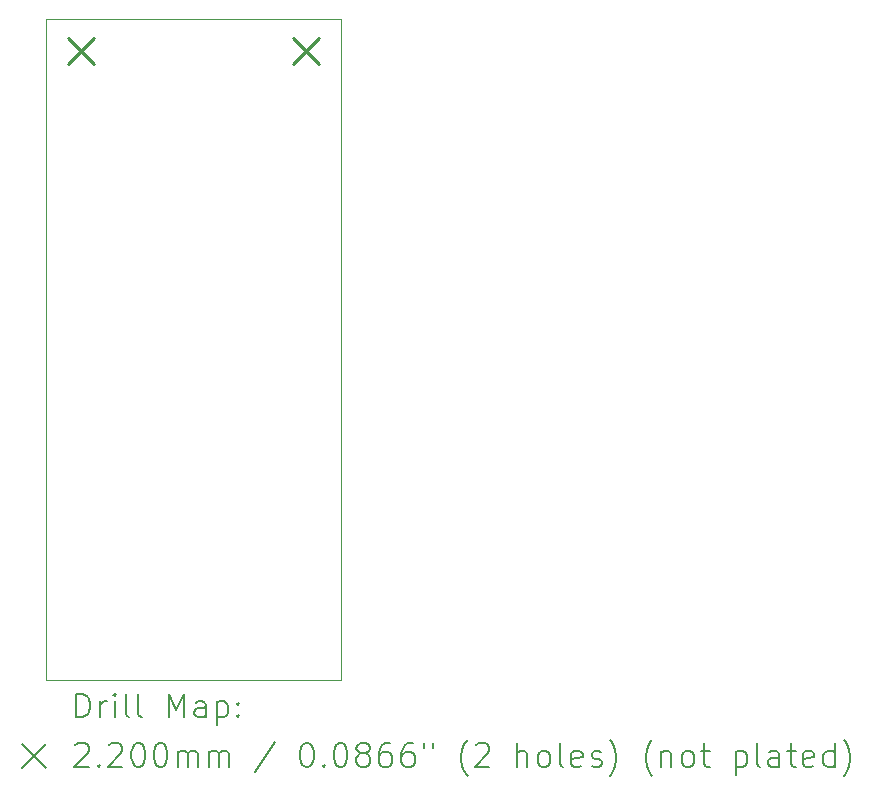
<source format=gbr>
%TF.GenerationSoftware,KiCad,Pcbnew,9.0.7*%
%TF.CreationDate,2026-01-18T23:45:15-08:00*%
%TF.ProjectId,STM32_HID_controller-right,53544d33-325f-4484-9944-5f636f6e7472,rev?*%
%TF.SameCoordinates,Original*%
%TF.FileFunction,Drillmap*%
%TF.FilePolarity,Positive*%
%FSLAX45Y45*%
G04 Gerber Fmt 4.5, Leading zero omitted, Abs format (unit mm)*
G04 Created by KiCad (PCBNEW 9.0.7) date 2026-01-18 23:45:15*
%MOMM*%
%LPD*%
G01*
G04 APERTURE LIST*
%ADD10C,0.050000*%
%ADD11C,0.200000*%
%ADD12C,0.220000*%
G04 APERTURE END LIST*
D10*
X12000000Y-13080000D02*
X12000000Y-18680000D01*
X14500000Y-13080000D02*
X14500000Y-18680000D01*
X12000000Y-13080000D02*
X14500000Y-13080000D01*
X12000000Y-18680000D02*
X14500000Y-18680000D01*
D11*
D12*
X12190000Y-13240000D02*
X12410000Y-13460000D01*
X12410000Y-13240000D02*
X12190000Y-13460000D01*
X14090000Y-13240000D02*
X14310000Y-13460000D01*
X14310000Y-13240000D02*
X14090000Y-13460000D01*
D11*
X12258277Y-18993984D02*
X12258277Y-18793984D01*
X12258277Y-18793984D02*
X12305896Y-18793984D01*
X12305896Y-18793984D02*
X12334467Y-18803508D01*
X12334467Y-18803508D02*
X12353515Y-18822555D01*
X12353515Y-18822555D02*
X12363039Y-18841603D01*
X12363039Y-18841603D02*
X12372562Y-18879698D01*
X12372562Y-18879698D02*
X12372562Y-18908270D01*
X12372562Y-18908270D02*
X12363039Y-18946365D01*
X12363039Y-18946365D02*
X12353515Y-18965412D01*
X12353515Y-18965412D02*
X12334467Y-18984460D01*
X12334467Y-18984460D02*
X12305896Y-18993984D01*
X12305896Y-18993984D02*
X12258277Y-18993984D01*
X12458277Y-18993984D02*
X12458277Y-18860650D01*
X12458277Y-18898746D02*
X12467801Y-18879698D01*
X12467801Y-18879698D02*
X12477324Y-18870174D01*
X12477324Y-18870174D02*
X12496372Y-18860650D01*
X12496372Y-18860650D02*
X12515420Y-18860650D01*
X12582086Y-18993984D02*
X12582086Y-18860650D01*
X12582086Y-18793984D02*
X12572562Y-18803508D01*
X12572562Y-18803508D02*
X12582086Y-18813031D01*
X12582086Y-18813031D02*
X12591610Y-18803508D01*
X12591610Y-18803508D02*
X12582086Y-18793984D01*
X12582086Y-18793984D02*
X12582086Y-18813031D01*
X12705896Y-18993984D02*
X12686848Y-18984460D01*
X12686848Y-18984460D02*
X12677324Y-18965412D01*
X12677324Y-18965412D02*
X12677324Y-18793984D01*
X12810658Y-18993984D02*
X12791610Y-18984460D01*
X12791610Y-18984460D02*
X12782086Y-18965412D01*
X12782086Y-18965412D02*
X12782086Y-18793984D01*
X13039229Y-18993984D02*
X13039229Y-18793984D01*
X13039229Y-18793984D02*
X13105896Y-18936841D01*
X13105896Y-18936841D02*
X13172562Y-18793984D01*
X13172562Y-18793984D02*
X13172562Y-18993984D01*
X13353515Y-18993984D02*
X13353515Y-18889222D01*
X13353515Y-18889222D02*
X13343991Y-18870174D01*
X13343991Y-18870174D02*
X13324943Y-18860650D01*
X13324943Y-18860650D02*
X13286848Y-18860650D01*
X13286848Y-18860650D02*
X13267801Y-18870174D01*
X13353515Y-18984460D02*
X13334467Y-18993984D01*
X13334467Y-18993984D02*
X13286848Y-18993984D01*
X13286848Y-18993984D02*
X13267801Y-18984460D01*
X13267801Y-18984460D02*
X13258277Y-18965412D01*
X13258277Y-18965412D02*
X13258277Y-18946365D01*
X13258277Y-18946365D02*
X13267801Y-18927317D01*
X13267801Y-18927317D02*
X13286848Y-18917793D01*
X13286848Y-18917793D02*
X13334467Y-18917793D01*
X13334467Y-18917793D02*
X13353515Y-18908270D01*
X13448753Y-18860650D02*
X13448753Y-19060650D01*
X13448753Y-18870174D02*
X13467801Y-18860650D01*
X13467801Y-18860650D02*
X13505896Y-18860650D01*
X13505896Y-18860650D02*
X13524943Y-18870174D01*
X13524943Y-18870174D02*
X13534467Y-18879698D01*
X13534467Y-18879698D02*
X13543991Y-18898746D01*
X13543991Y-18898746D02*
X13543991Y-18955889D01*
X13543991Y-18955889D02*
X13534467Y-18974936D01*
X13534467Y-18974936D02*
X13524943Y-18984460D01*
X13524943Y-18984460D02*
X13505896Y-18993984D01*
X13505896Y-18993984D02*
X13467801Y-18993984D01*
X13467801Y-18993984D02*
X13448753Y-18984460D01*
X13629705Y-18974936D02*
X13639229Y-18984460D01*
X13639229Y-18984460D02*
X13629705Y-18993984D01*
X13629705Y-18993984D02*
X13620182Y-18984460D01*
X13620182Y-18984460D02*
X13629705Y-18974936D01*
X13629705Y-18974936D02*
X13629705Y-18993984D01*
X13629705Y-18870174D02*
X13639229Y-18879698D01*
X13639229Y-18879698D02*
X13629705Y-18889222D01*
X13629705Y-18889222D02*
X13620182Y-18879698D01*
X13620182Y-18879698D02*
X13629705Y-18870174D01*
X13629705Y-18870174D02*
X13629705Y-18889222D01*
X11797500Y-19222500D02*
X11997500Y-19422500D01*
X11997500Y-19222500D02*
X11797500Y-19422500D01*
X12248753Y-19233031D02*
X12258277Y-19223508D01*
X12258277Y-19223508D02*
X12277324Y-19213984D01*
X12277324Y-19213984D02*
X12324943Y-19213984D01*
X12324943Y-19213984D02*
X12343991Y-19223508D01*
X12343991Y-19223508D02*
X12353515Y-19233031D01*
X12353515Y-19233031D02*
X12363039Y-19252079D01*
X12363039Y-19252079D02*
X12363039Y-19271127D01*
X12363039Y-19271127D02*
X12353515Y-19299698D01*
X12353515Y-19299698D02*
X12239229Y-19413984D01*
X12239229Y-19413984D02*
X12363039Y-19413984D01*
X12448753Y-19394936D02*
X12458277Y-19404460D01*
X12458277Y-19404460D02*
X12448753Y-19413984D01*
X12448753Y-19413984D02*
X12439229Y-19404460D01*
X12439229Y-19404460D02*
X12448753Y-19394936D01*
X12448753Y-19394936D02*
X12448753Y-19413984D01*
X12534467Y-19233031D02*
X12543991Y-19223508D01*
X12543991Y-19223508D02*
X12563039Y-19213984D01*
X12563039Y-19213984D02*
X12610658Y-19213984D01*
X12610658Y-19213984D02*
X12629705Y-19223508D01*
X12629705Y-19223508D02*
X12639229Y-19233031D01*
X12639229Y-19233031D02*
X12648753Y-19252079D01*
X12648753Y-19252079D02*
X12648753Y-19271127D01*
X12648753Y-19271127D02*
X12639229Y-19299698D01*
X12639229Y-19299698D02*
X12524943Y-19413984D01*
X12524943Y-19413984D02*
X12648753Y-19413984D01*
X12772562Y-19213984D02*
X12791610Y-19213984D01*
X12791610Y-19213984D02*
X12810658Y-19223508D01*
X12810658Y-19223508D02*
X12820182Y-19233031D01*
X12820182Y-19233031D02*
X12829705Y-19252079D01*
X12829705Y-19252079D02*
X12839229Y-19290174D01*
X12839229Y-19290174D02*
X12839229Y-19337793D01*
X12839229Y-19337793D02*
X12829705Y-19375889D01*
X12829705Y-19375889D02*
X12820182Y-19394936D01*
X12820182Y-19394936D02*
X12810658Y-19404460D01*
X12810658Y-19404460D02*
X12791610Y-19413984D01*
X12791610Y-19413984D02*
X12772562Y-19413984D01*
X12772562Y-19413984D02*
X12753515Y-19404460D01*
X12753515Y-19404460D02*
X12743991Y-19394936D01*
X12743991Y-19394936D02*
X12734467Y-19375889D01*
X12734467Y-19375889D02*
X12724943Y-19337793D01*
X12724943Y-19337793D02*
X12724943Y-19290174D01*
X12724943Y-19290174D02*
X12734467Y-19252079D01*
X12734467Y-19252079D02*
X12743991Y-19233031D01*
X12743991Y-19233031D02*
X12753515Y-19223508D01*
X12753515Y-19223508D02*
X12772562Y-19213984D01*
X12963039Y-19213984D02*
X12982086Y-19213984D01*
X12982086Y-19213984D02*
X13001134Y-19223508D01*
X13001134Y-19223508D02*
X13010658Y-19233031D01*
X13010658Y-19233031D02*
X13020182Y-19252079D01*
X13020182Y-19252079D02*
X13029705Y-19290174D01*
X13029705Y-19290174D02*
X13029705Y-19337793D01*
X13029705Y-19337793D02*
X13020182Y-19375889D01*
X13020182Y-19375889D02*
X13010658Y-19394936D01*
X13010658Y-19394936D02*
X13001134Y-19404460D01*
X13001134Y-19404460D02*
X12982086Y-19413984D01*
X12982086Y-19413984D02*
X12963039Y-19413984D01*
X12963039Y-19413984D02*
X12943991Y-19404460D01*
X12943991Y-19404460D02*
X12934467Y-19394936D01*
X12934467Y-19394936D02*
X12924943Y-19375889D01*
X12924943Y-19375889D02*
X12915420Y-19337793D01*
X12915420Y-19337793D02*
X12915420Y-19290174D01*
X12915420Y-19290174D02*
X12924943Y-19252079D01*
X12924943Y-19252079D02*
X12934467Y-19233031D01*
X12934467Y-19233031D02*
X12943991Y-19223508D01*
X12943991Y-19223508D02*
X12963039Y-19213984D01*
X13115420Y-19413984D02*
X13115420Y-19280650D01*
X13115420Y-19299698D02*
X13124943Y-19290174D01*
X13124943Y-19290174D02*
X13143991Y-19280650D01*
X13143991Y-19280650D02*
X13172563Y-19280650D01*
X13172563Y-19280650D02*
X13191610Y-19290174D01*
X13191610Y-19290174D02*
X13201134Y-19309222D01*
X13201134Y-19309222D02*
X13201134Y-19413984D01*
X13201134Y-19309222D02*
X13210658Y-19290174D01*
X13210658Y-19290174D02*
X13229705Y-19280650D01*
X13229705Y-19280650D02*
X13258277Y-19280650D01*
X13258277Y-19280650D02*
X13277324Y-19290174D01*
X13277324Y-19290174D02*
X13286848Y-19309222D01*
X13286848Y-19309222D02*
X13286848Y-19413984D01*
X13382086Y-19413984D02*
X13382086Y-19280650D01*
X13382086Y-19299698D02*
X13391610Y-19290174D01*
X13391610Y-19290174D02*
X13410658Y-19280650D01*
X13410658Y-19280650D02*
X13439229Y-19280650D01*
X13439229Y-19280650D02*
X13458277Y-19290174D01*
X13458277Y-19290174D02*
X13467801Y-19309222D01*
X13467801Y-19309222D02*
X13467801Y-19413984D01*
X13467801Y-19309222D02*
X13477324Y-19290174D01*
X13477324Y-19290174D02*
X13496372Y-19280650D01*
X13496372Y-19280650D02*
X13524943Y-19280650D01*
X13524943Y-19280650D02*
X13543991Y-19290174D01*
X13543991Y-19290174D02*
X13553515Y-19309222D01*
X13553515Y-19309222D02*
X13553515Y-19413984D01*
X13943991Y-19204460D02*
X13772563Y-19461603D01*
X14201134Y-19213984D02*
X14220182Y-19213984D01*
X14220182Y-19213984D02*
X14239229Y-19223508D01*
X14239229Y-19223508D02*
X14248753Y-19233031D01*
X14248753Y-19233031D02*
X14258277Y-19252079D01*
X14258277Y-19252079D02*
X14267801Y-19290174D01*
X14267801Y-19290174D02*
X14267801Y-19337793D01*
X14267801Y-19337793D02*
X14258277Y-19375889D01*
X14258277Y-19375889D02*
X14248753Y-19394936D01*
X14248753Y-19394936D02*
X14239229Y-19404460D01*
X14239229Y-19404460D02*
X14220182Y-19413984D01*
X14220182Y-19413984D02*
X14201134Y-19413984D01*
X14201134Y-19413984D02*
X14182086Y-19404460D01*
X14182086Y-19404460D02*
X14172563Y-19394936D01*
X14172563Y-19394936D02*
X14163039Y-19375889D01*
X14163039Y-19375889D02*
X14153515Y-19337793D01*
X14153515Y-19337793D02*
X14153515Y-19290174D01*
X14153515Y-19290174D02*
X14163039Y-19252079D01*
X14163039Y-19252079D02*
X14172563Y-19233031D01*
X14172563Y-19233031D02*
X14182086Y-19223508D01*
X14182086Y-19223508D02*
X14201134Y-19213984D01*
X14353515Y-19394936D02*
X14363039Y-19404460D01*
X14363039Y-19404460D02*
X14353515Y-19413984D01*
X14353515Y-19413984D02*
X14343991Y-19404460D01*
X14343991Y-19404460D02*
X14353515Y-19394936D01*
X14353515Y-19394936D02*
X14353515Y-19413984D01*
X14486848Y-19213984D02*
X14505896Y-19213984D01*
X14505896Y-19213984D02*
X14524944Y-19223508D01*
X14524944Y-19223508D02*
X14534467Y-19233031D01*
X14534467Y-19233031D02*
X14543991Y-19252079D01*
X14543991Y-19252079D02*
X14553515Y-19290174D01*
X14553515Y-19290174D02*
X14553515Y-19337793D01*
X14553515Y-19337793D02*
X14543991Y-19375889D01*
X14543991Y-19375889D02*
X14534467Y-19394936D01*
X14534467Y-19394936D02*
X14524944Y-19404460D01*
X14524944Y-19404460D02*
X14505896Y-19413984D01*
X14505896Y-19413984D02*
X14486848Y-19413984D01*
X14486848Y-19413984D02*
X14467801Y-19404460D01*
X14467801Y-19404460D02*
X14458277Y-19394936D01*
X14458277Y-19394936D02*
X14448753Y-19375889D01*
X14448753Y-19375889D02*
X14439229Y-19337793D01*
X14439229Y-19337793D02*
X14439229Y-19290174D01*
X14439229Y-19290174D02*
X14448753Y-19252079D01*
X14448753Y-19252079D02*
X14458277Y-19233031D01*
X14458277Y-19233031D02*
X14467801Y-19223508D01*
X14467801Y-19223508D02*
X14486848Y-19213984D01*
X14667801Y-19299698D02*
X14648753Y-19290174D01*
X14648753Y-19290174D02*
X14639229Y-19280650D01*
X14639229Y-19280650D02*
X14629706Y-19261603D01*
X14629706Y-19261603D02*
X14629706Y-19252079D01*
X14629706Y-19252079D02*
X14639229Y-19233031D01*
X14639229Y-19233031D02*
X14648753Y-19223508D01*
X14648753Y-19223508D02*
X14667801Y-19213984D01*
X14667801Y-19213984D02*
X14705896Y-19213984D01*
X14705896Y-19213984D02*
X14724944Y-19223508D01*
X14724944Y-19223508D02*
X14734467Y-19233031D01*
X14734467Y-19233031D02*
X14743991Y-19252079D01*
X14743991Y-19252079D02*
X14743991Y-19261603D01*
X14743991Y-19261603D02*
X14734467Y-19280650D01*
X14734467Y-19280650D02*
X14724944Y-19290174D01*
X14724944Y-19290174D02*
X14705896Y-19299698D01*
X14705896Y-19299698D02*
X14667801Y-19299698D01*
X14667801Y-19299698D02*
X14648753Y-19309222D01*
X14648753Y-19309222D02*
X14639229Y-19318746D01*
X14639229Y-19318746D02*
X14629706Y-19337793D01*
X14629706Y-19337793D02*
X14629706Y-19375889D01*
X14629706Y-19375889D02*
X14639229Y-19394936D01*
X14639229Y-19394936D02*
X14648753Y-19404460D01*
X14648753Y-19404460D02*
X14667801Y-19413984D01*
X14667801Y-19413984D02*
X14705896Y-19413984D01*
X14705896Y-19413984D02*
X14724944Y-19404460D01*
X14724944Y-19404460D02*
X14734467Y-19394936D01*
X14734467Y-19394936D02*
X14743991Y-19375889D01*
X14743991Y-19375889D02*
X14743991Y-19337793D01*
X14743991Y-19337793D02*
X14734467Y-19318746D01*
X14734467Y-19318746D02*
X14724944Y-19309222D01*
X14724944Y-19309222D02*
X14705896Y-19299698D01*
X14915420Y-19213984D02*
X14877325Y-19213984D01*
X14877325Y-19213984D02*
X14858277Y-19223508D01*
X14858277Y-19223508D02*
X14848753Y-19233031D01*
X14848753Y-19233031D02*
X14829706Y-19261603D01*
X14829706Y-19261603D02*
X14820182Y-19299698D01*
X14820182Y-19299698D02*
X14820182Y-19375889D01*
X14820182Y-19375889D02*
X14829706Y-19394936D01*
X14829706Y-19394936D02*
X14839229Y-19404460D01*
X14839229Y-19404460D02*
X14858277Y-19413984D01*
X14858277Y-19413984D02*
X14896372Y-19413984D01*
X14896372Y-19413984D02*
X14915420Y-19404460D01*
X14915420Y-19404460D02*
X14924944Y-19394936D01*
X14924944Y-19394936D02*
X14934467Y-19375889D01*
X14934467Y-19375889D02*
X14934467Y-19328270D01*
X14934467Y-19328270D02*
X14924944Y-19309222D01*
X14924944Y-19309222D02*
X14915420Y-19299698D01*
X14915420Y-19299698D02*
X14896372Y-19290174D01*
X14896372Y-19290174D02*
X14858277Y-19290174D01*
X14858277Y-19290174D02*
X14839229Y-19299698D01*
X14839229Y-19299698D02*
X14829706Y-19309222D01*
X14829706Y-19309222D02*
X14820182Y-19328270D01*
X15105896Y-19213984D02*
X15067801Y-19213984D01*
X15067801Y-19213984D02*
X15048753Y-19223508D01*
X15048753Y-19223508D02*
X15039229Y-19233031D01*
X15039229Y-19233031D02*
X15020182Y-19261603D01*
X15020182Y-19261603D02*
X15010658Y-19299698D01*
X15010658Y-19299698D02*
X15010658Y-19375889D01*
X15010658Y-19375889D02*
X15020182Y-19394936D01*
X15020182Y-19394936D02*
X15029706Y-19404460D01*
X15029706Y-19404460D02*
X15048753Y-19413984D01*
X15048753Y-19413984D02*
X15086848Y-19413984D01*
X15086848Y-19413984D02*
X15105896Y-19404460D01*
X15105896Y-19404460D02*
X15115420Y-19394936D01*
X15115420Y-19394936D02*
X15124944Y-19375889D01*
X15124944Y-19375889D02*
X15124944Y-19328270D01*
X15124944Y-19328270D02*
X15115420Y-19309222D01*
X15115420Y-19309222D02*
X15105896Y-19299698D01*
X15105896Y-19299698D02*
X15086848Y-19290174D01*
X15086848Y-19290174D02*
X15048753Y-19290174D01*
X15048753Y-19290174D02*
X15029706Y-19299698D01*
X15029706Y-19299698D02*
X15020182Y-19309222D01*
X15020182Y-19309222D02*
X15010658Y-19328270D01*
X15201134Y-19213984D02*
X15201134Y-19252079D01*
X15277325Y-19213984D02*
X15277325Y-19252079D01*
X15572563Y-19490174D02*
X15563039Y-19480650D01*
X15563039Y-19480650D02*
X15543991Y-19452079D01*
X15543991Y-19452079D02*
X15534468Y-19433031D01*
X15534468Y-19433031D02*
X15524944Y-19404460D01*
X15524944Y-19404460D02*
X15515420Y-19356841D01*
X15515420Y-19356841D02*
X15515420Y-19318746D01*
X15515420Y-19318746D02*
X15524944Y-19271127D01*
X15524944Y-19271127D02*
X15534468Y-19242555D01*
X15534468Y-19242555D02*
X15543991Y-19223508D01*
X15543991Y-19223508D02*
X15563039Y-19194936D01*
X15563039Y-19194936D02*
X15572563Y-19185412D01*
X15639229Y-19233031D02*
X15648753Y-19223508D01*
X15648753Y-19223508D02*
X15667801Y-19213984D01*
X15667801Y-19213984D02*
X15715420Y-19213984D01*
X15715420Y-19213984D02*
X15734468Y-19223508D01*
X15734468Y-19223508D02*
X15743991Y-19233031D01*
X15743991Y-19233031D02*
X15753515Y-19252079D01*
X15753515Y-19252079D02*
X15753515Y-19271127D01*
X15753515Y-19271127D02*
X15743991Y-19299698D01*
X15743991Y-19299698D02*
X15629706Y-19413984D01*
X15629706Y-19413984D02*
X15753515Y-19413984D01*
X15991610Y-19413984D02*
X15991610Y-19213984D01*
X16077325Y-19413984D02*
X16077325Y-19309222D01*
X16077325Y-19309222D02*
X16067801Y-19290174D01*
X16067801Y-19290174D02*
X16048753Y-19280650D01*
X16048753Y-19280650D02*
X16020182Y-19280650D01*
X16020182Y-19280650D02*
X16001134Y-19290174D01*
X16001134Y-19290174D02*
X15991610Y-19299698D01*
X16201134Y-19413984D02*
X16182087Y-19404460D01*
X16182087Y-19404460D02*
X16172563Y-19394936D01*
X16172563Y-19394936D02*
X16163039Y-19375889D01*
X16163039Y-19375889D02*
X16163039Y-19318746D01*
X16163039Y-19318746D02*
X16172563Y-19299698D01*
X16172563Y-19299698D02*
X16182087Y-19290174D01*
X16182087Y-19290174D02*
X16201134Y-19280650D01*
X16201134Y-19280650D02*
X16229706Y-19280650D01*
X16229706Y-19280650D02*
X16248753Y-19290174D01*
X16248753Y-19290174D02*
X16258277Y-19299698D01*
X16258277Y-19299698D02*
X16267801Y-19318746D01*
X16267801Y-19318746D02*
X16267801Y-19375889D01*
X16267801Y-19375889D02*
X16258277Y-19394936D01*
X16258277Y-19394936D02*
X16248753Y-19404460D01*
X16248753Y-19404460D02*
X16229706Y-19413984D01*
X16229706Y-19413984D02*
X16201134Y-19413984D01*
X16382087Y-19413984D02*
X16363039Y-19404460D01*
X16363039Y-19404460D02*
X16353515Y-19385412D01*
X16353515Y-19385412D02*
X16353515Y-19213984D01*
X16534468Y-19404460D02*
X16515420Y-19413984D01*
X16515420Y-19413984D02*
X16477325Y-19413984D01*
X16477325Y-19413984D02*
X16458277Y-19404460D01*
X16458277Y-19404460D02*
X16448753Y-19385412D01*
X16448753Y-19385412D02*
X16448753Y-19309222D01*
X16448753Y-19309222D02*
X16458277Y-19290174D01*
X16458277Y-19290174D02*
X16477325Y-19280650D01*
X16477325Y-19280650D02*
X16515420Y-19280650D01*
X16515420Y-19280650D02*
X16534468Y-19290174D01*
X16534468Y-19290174D02*
X16543991Y-19309222D01*
X16543991Y-19309222D02*
X16543991Y-19328270D01*
X16543991Y-19328270D02*
X16448753Y-19347317D01*
X16620182Y-19404460D02*
X16639230Y-19413984D01*
X16639230Y-19413984D02*
X16677325Y-19413984D01*
X16677325Y-19413984D02*
X16696372Y-19404460D01*
X16696372Y-19404460D02*
X16705896Y-19385412D01*
X16705896Y-19385412D02*
X16705896Y-19375889D01*
X16705896Y-19375889D02*
X16696372Y-19356841D01*
X16696372Y-19356841D02*
X16677325Y-19347317D01*
X16677325Y-19347317D02*
X16648753Y-19347317D01*
X16648753Y-19347317D02*
X16629706Y-19337793D01*
X16629706Y-19337793D02*
X16620182Y-19318746D01*
X16620182Y-19318746D02*
X16620182Y-19309222D01*
X16620182Y-19309222D02*
X16629706Y-19290174D01*
X16629706Y-19290174D02*
X16648753Y-19280650D01*
X16648753Y-19280650D02*
X16677325Y-19280650D01*
X16677325Y-19280650D02*
X16696372Y-19290174D01*
X16772563Y-19490174D02*
X16782087Y-19480650D01*
X16782087Y-19480650D02*
X16801134Y-19452079D01*
X16801134Y-19452079D02*
X16810658Y-19433031D01*
X16810658Y-19433031D02*
X16820182Y-19404460D01*
X16820182Y-19404460D02*
X16829706Y-19356841D01*
X16829706Y-19356841D02*
X16829706Y-19318746D01*
X16829706Y-19318746D02*
X16820182Y-19271127D01*
X16820182Y-19271127D02*
X16810658Y-19242555D01*
X16810658Y-19242555D02*
X16801134Y-19223508D01*
X16801134Y-19223508D02*
X16782087Y-19194936D01*
X16782087Y-19194936D02*
X16772563Y-19185412D01*
X17134468Y-19490174D02*
X17124944Y-19480650D01*
X17124944Y-19480650D02*
X17105896Y-19452079D01*
X17105896Y-19452079D02*
X17096373Y-19433031D01*
X17096373Y-19433031D02*
X17086849Y-19404460D01*
X17086849Y-19404460D02*
X17077325Y-19356841D01*
X17077325Y-19356841D02*
X17077325Y-19318746D01*
X17077325Y-19318746D02*
X17086849Y-19271127D01*
X17086849Y-19271127D02*
X17096373Y-19242555D01*
X17096373Y-19242555D02*
X17105896Y-19223508D01*
X17105896Y-19223508D02*
X17124944Y-19194936D01*
X17124944Y-19194936D02*
X17134468Y-19185412D01*
X17210658Y-19280650D02*
X17210658Y-19413984D01*
X17210658Y-19299698D02*
X17220182Y-19290174D01*
X17220182Y-19290174D02*
X17239230Y-19280650D01*
X17239230Y-19280650D02*
X17267801Y-19280650D01*
X17267801Y-19280650D02*
X17286849Y-19290174D01*
X17286849Y-19290174D02*
X17296373Y-19309222D01*
X17296373Y-19309222D02*
X17296373Y-19413984D01*
X17420182Y-19413984D02*
X17401134Y-19404460D01*
X17401134Y-19404460D02*
X17391611Y-19394936D01*
X17391611Y-19394936D02*
X17382087Y-19375889D01*
X17382087Y-19375889D02*
X17382087Y-19318746D01*
X17382087Y-19318746D02*
X17391611Y-19299698D01*
X17391611Y-19299698D02*
X17401134Y-19290174D01*
X17401134Y-19290174D02*
X17420182Y-19280650D01*
X17420182Y-19280650D02*
X17448754Y-19280650D01*
X17448754Y-19280650D02*
X17467801Y-19290174D01*
X17467801Y-19290174D02*
X17477325Y-19299698D01*
X17477325Y-19299698D02*
X17486849Y-19318746D01*
X17486849Y-19318746D02*
X17486849Y-19375889D01*
X17486849Y-19375889D02*
X17477325Y-19394936D01*
X17477325Y-19394936D02*
X17467801Y-19404460D01*
X17467801Y-19404460D02*
X17448754Y-19413984D01*
X17448754Y-19413984D02*
X17420182Y-19413984D01*
X17543992Y-19280650D02*
X17620182Y-19280650D01*
X17572563Y-19213984D02*
X17572563Y-19385412D01*
X17572563Y-19385412D02*
X17582087Y-19404460D01*
X17582087Y-19404460D02*
X17601134Y-19413984D01*
X17601134Y-19413984D02*
X17620182Y-19413984D01*
X17839230Y-19280650D02*
X17839230Y-19480650D01*
X17839230Y-19290174D02*
X17858277Y-19280650D01*
X17858277Y-19280650D02*
X17896373Y-19280650D01*
X17896373Y-19280650D02*
X17915420Y-19290174D01*
X17915420Y-19290174D02*
X17924944Y-19299698D01*
X17924944Y-19299698D02*
X17934468Y-19318746D01*
X17934468Y-19318746D02*
X17934468Y-19375889D01*
X17934468Y-19375889D02*
X17924944Y-19394936D01*
X17924944Y-19394936D02*
X17915420Y-19404460D01*
X17915420Y-19404460D02*
X17896373Y-19413984D01*
X17896373Y-19413984D02*
X17858277Y-19413984D01*
X17858277Y-19413984D02*
X17839230Y-19404460D01*
X18048754Y-19413984D02*
X18029706Y-19404460D01*
X18029706Y-19404460D02*
X18020182Y-19385412D01*
X18020182Y-19385412D02*
X18020182Y-19213984D01*
X18210658Y-19413984D02*
X18210658Y-19309222D01*
X18210658Y-19309222D02*
X18201135Y-19290174D01*
X18201135Y-19290174D02*
X18182087Y-19280650D01*
X18182087Y-19280650D02*
X18143992Y-19280650D01*
X18143992Y-19280650D02*
X18124944Y-19290174D01*
X18210658Y-19404460D02*
X18191611Y-19413984D01*
X18191611Y-19413984D02*
X18143992Y-19413984D01*
X18143992Y-19413984D02*
X18124944Y-19404460D01*
X18124944Y-19404460D02*
X18115420Y-19385412D01*
X18115420Y-19385412D02*
X18115420Y-19366365D01*
X18115420Y-19366365D02*
X18124944Y-19347317D01*
X18124944Y-19347317D02*
X18143992Y-19337793D01*
X18143992Y-19337793D02*
X18191611Y-19337793D01*
X18191611Y-19337793D02*
X18210658Y-19328270D01*
X18277325Y-19280650D02*
X18353515Y-19280650D01*
X18305896Y-19213984D02*
X18305896Y-19385412D01*
X18305896Y-19385412D02*
X18315420Y-19404460D01*
X18315420Y-19404460D02*
X18334468Y-19413984D01*
X18334468Y-19413984D02*
X18353515Y-19413984D01*
X18496373Y-19404460D02*
X18477325Y-19413984D01*
X18477325Y-19413984D02*
X18439230Y-19413984D01*
X18439230Y-19413984D02*
X18420182Y-19404460D01*
X18420182Y-19404460D02*
X18410658Y-19385412D01*
X18410658Y-19385412D02*
X18410658Y-19309222D01*
X18410658Y-19309222D02*
X18420182Y-19290174D01*
X18420182Y-19290174D02*
X18439230Y-19280650D01*
X18439230Y-19280650D02*
X18477325Y-19280650D01*
X18477325Y-19280650D02*
X18496373Y-19290174D01*
X18496373Y-19290174D02*
X18505896Y-19309222D01*
X18505896Y-19309222D02*
X18505896Y-19328270D01*
X18505896Y-19328270D02*
X18410658Y-19347317D01*
X18677325Y-19413984D02*
X18677325Y-19213984D01*
X18677325Y-19404460D02*
X18658277Y-19413984D01*
X18658277Y-19413984D02*
X18620182Y-19413984D01*
X18620182Y-19413984D02*
X18601135Y-19404460D01*
X18601135Y-19404460D02*
X18591611Y-19394936D01*
X18591611Y-19394936D02*
X18582087Y-19375889D01*
X18582087Y-19375889D02*
X18582087Y-19318746D01*
X18582087Y-19318746D02*
X18591611Y-19299698D01*
X18591611Y-19299698D02*
X18601135Y-19290174D01*
X18601135Y-19290174D02*
X18620182Y-19280650D01*
X18620182Y-19280650D02*
X18658277Y-19280650D01*
X18658277Y-19280650D02*
X18677325Y-19290174D01*
X18753516Y-19490174D02*
X18763039Y-19480650D01*
X18763039Y-19480650D02*
X18782087Y-19452079D01*
X18782087Y-19452079D02*
X18791611Y-19433031D01*
X18791611Y-19433031D02*
X18801135Y-19404460D01*
X18801135Y-19404460D02*
X18810658Y-19356841D01*
X18810658Y-19356841D02*
X18810658Y-19318746D01*
X18810658Y-19318746D02*
X18801135Y-19271127D01*
X18801135Y-19271127D02*
X18791611Y-19242555D01*
X18791611Y-19242555D02*
X18782087Y-19223508D01*
X18782087Y-19223508D02*
X18763039Y-19194936D01*
X18763039Y-19194936D02*
X18753516Y-19185412D01*
M02*

</source>
